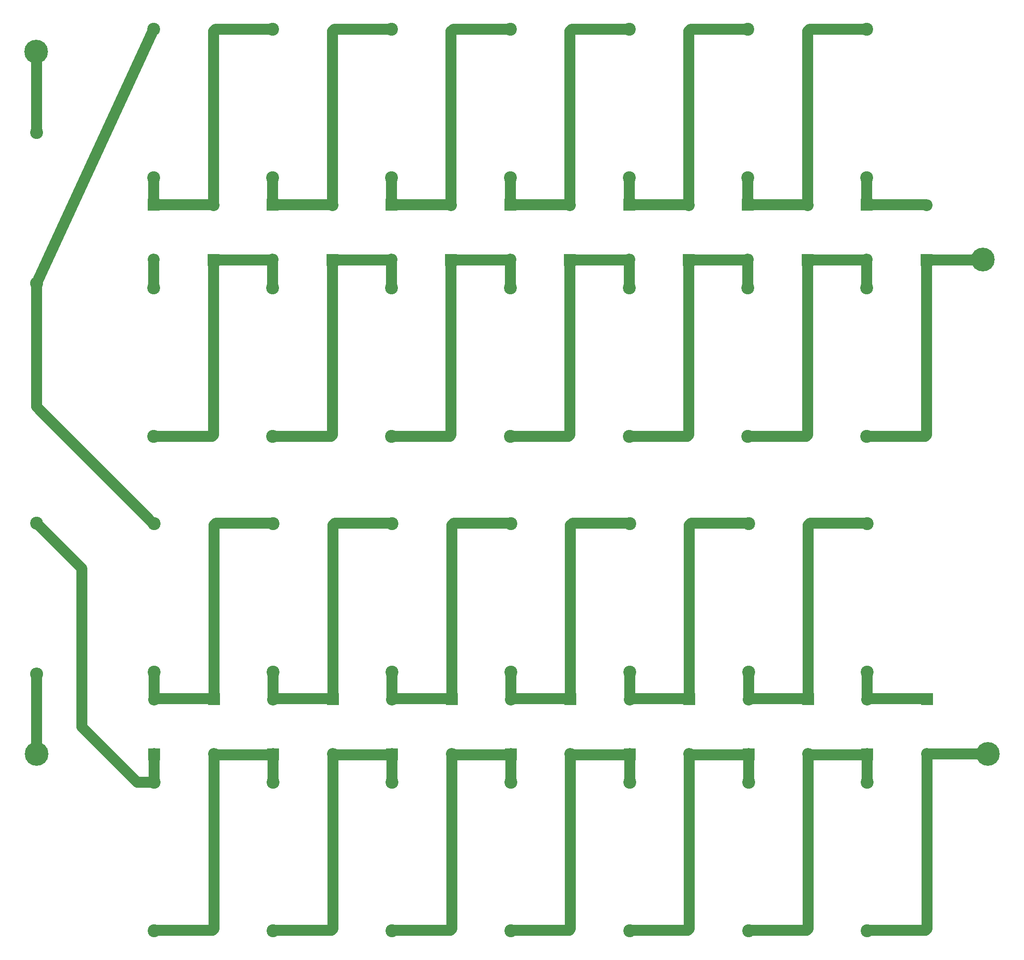
<source format=gbr>
G04 #@! TF.FileFunction,Copper,L2,Bot,Signal*
%FSLAX46Y46*%
G04 Gerber Fmt 4.6, Leading zero omitted, Abs format (unit mm)*
G04 Created by KiCad (PCBNEW 4.0.7) date 11/17/24 14:44:43*
%MOMM*%
%LPD*%
G01*
G04 APERTURE LIST*
%ADD10C,0.100000*%
%ADD11C,4.400000*%
%ADD12C,2.400000*%
%ADD13O,2.400000X2.400000*%
%ADD14R,2.200000X2.200000*%
%ADD15O,2.200000X2.200000*%
%ADD16C,2.000000*%
%ADD17C,1.000000*%
G04 APERTURE END LIST*
D10*
D11*
X195000000Y-59500000D03*
D12*
X19790000Y-108350000D03*
D13*
X19790000Y-136290000D03*
D14*
X41590000Y-151150000D03*
D15*
X41590000Y-140990000D03*
D12*
X41590000Y-156350000D03*
X41590000Y-183850000D03*
X41590000Y-108450000D03*
X41590000Y-135950000D03*
X63590000Y-156350000D03*
X63590000Y-183850000D03*
X85590000Y-156350000D03*
X85590000Y-183850000D03*
X107590000Y-156350000D03*
X107590000Y-183850000D03*
X129590000Y-156350000D03*
X129590000Y-183850000D03*
X151590000Y-156350000D03*
X151590000Y-183850000D03*
X173590000Y-156350000D03*
X173590000Y-183850000D03*
D14*
X63590000Y-151150000D03*
D15*
X63590000Y-140990000D03*
D14*
X85590000Y-151150000D03*
D15*
X85590000Y-140990000D03*
D14*
X107590000Y-151150000D03*
D15*
X107590000Y-140990000D03*
D14*
X129590000Y-151150000D03*
D15*
X129590000Y-140990000D03*
D14*
X151590000Y-151150000D03*
D15*
X151590000Y-140990000D03*
D14*
X173590000Y-151150000D03*
D15*
X173590000Y-140990000D03*
D12*
X63590000Y-108450000D03*
X63590000Y-135950000D03*
X85590000Y-108450000D03*
X85590000Y-135950000D03*
X107590000Y-108450000D03*
X107590000Y-135950000D03*
X129590000Y-108450000D03*
X129590000Y-135950000D03*
X151590000Y-108450000D03*
X151590000Y-135950000D03*
X173590000Y-108450000D03*
X173590000Y-135950000D03*
D14*
X52640000Y-140900000D03*
D15*
X52640000Y-151060000D03*
D14*
X74640000Y-140900000D03*
D15*
X74640000Y-151060000D03*
D14*
X96640000Y-140900000D03*
D15*
X96640000Y-151060000D03*
D14*
X118640000Y-140900000D03*
D15*
X118640000Y-151060000D03*
D14*
X140640000Y-140900000D03*
D15*
X140640000Y-151060000D03*
D14*
X162640000Y-140900000D03*
D15*
X162640000Y-151060000D03*
D14*
X184640000Y-140900000D03*
D15*
X184640000Y-151060000D03*
D14*
X184540000Y-59600000D03*
D15*
X184540000Y-49440000D03*
D14*
X162540000Y-59600000D03*
D15*
X162540000Y-49440000D03*
D14*
X140540000Y-59600000D03*
D15*
X140540000Y-49440000D03*
D14*
X118540000Y-59600000D03*
D15*
X118540000Y-49440000D03*
D14*
X96540000Y-59600000D03*
D15*
X96540000Y-49440000D03*
D14*
X74540000Y-59600000D03*
D15*
X74540000Y-49440000D03*
D14*
X52540000Y-59600000D03*
D15*
X52540000Y-49440000D03*
D12*
X173490000Y-92250000D03*
X173490000Y-64750000D03*
X151490000Y-92250000D03*
X151490000Y-64750000D03*
X129490000Y-92250000D03*
X129490000Y-64750000D03*
X107490000Y-92250000D03*
X107490000Y-64750000D03*
X85490000Y-92250000D03*
X85490000Y-64750000D03*
X63490000Y-92250000D03*
X63490000Y-64750000D03*
D14*
X173490000Y-49350000D03*
D15*
X173490000Y-59510000D03*
D14*
X151490000Y-49350000D03*
D15*
X151490000Y-59510000D03*
D14*
X129490000Y-49350000D03*
D15*
X129490000Y-59510000D03*
D14*
X107490000Y-49350000D03*
D15*
X107490000Y-59510000D03*
D14*
X85490000Y-49350000D03*
D15*
X85490000Y-59510000D03*
D14*
X63490000Y-49350000D03*
D15*
X63490000Y-59510000D03*
D12*
X173490000Y-44350000D03*
X173490000Y-16850000D03*
X151490000Y-44350000D03*
X151490000Y-16850000D03*
X129490000Y-44350000D03*
X129490000Y-16850000D03*
X107490000Y-44350000D03*
X107490000Y-16850000D03*
X85490000Y-44350000D03*
X85490000Y-16850000D03*
X63490000Y-44350000D03*
X63490000Y-16850000D03*
X41490000Y-92250000D03*
X41490000Y-64750000D03*
X41490000Y-44350000D03*
X41490000Y-16850000D03*
D14*
X41490000Y-49350000D03*
D15*
X41490000Y-59510000D03*
D12*
X19754466Y-35946855D03*
D13*
X19754466Y-63886855D03*
D11*
X195860000Y-151090000D03*
X19734466Y-20996854D03*
X19790000Y-151120000D03*
D16*
X19754466Y-63886855D02*
X19754466Y-86784466D01*
X19754466Y-86784466D02*
X41420000Y-108450000D01*
X41420000Y-108450000D02*
X41590000Y-108450000D01*
X41490000Y-16850000D02*
X19754466Y-63886855D01*
X41590000Y-156350000D02*
X38420000Y-156350000D01*
X28190000Y-116750000D02*
X19790000Y-108350000D01*
X28190000Y-146120000D02*
X28190000Y-116750000D01*
X38420000Y-156350000D02*
X28190000Y-146120000D01*
X19790000Y-151100000D02*
X19790000Y-136110000D01*
X19754466Y-35946855D02*
X19754465Y-20976854D01*
X19754465Y-20976854D02*
X19724467Y-20946854D01*
X184640000Y-151060000D02*
X197080000Y-151060000D01*
X184540000Y-59600000D02*
X195090000Y-59600000D01*
X195090000Y-59600000D02*
X195190000Y-59500000D01*
X41490000Y-108350000D02*
X41590000Y-108450000D01*
X162640000Y-151260000D02*
X173500000Y-151260000D01*
X173500000Y-151260000D02*
X173590000Y-151350000D01*
X140640000Y-151260000D02*
X151500000Y-151260000D01*
X151500000Y-151260000D02*
X151590000Y-151350000D01*
X118640000Y-151260000D02*
X129500000Y-151260000D01*
X129500000Y-151260000D02*
X129590000Y-151350000D01*
X96640000Y-151260000D02*
X107500000Y-151260000D01*
X107500000Y-151260000D02*
X107590000Y-151350000D01*
X74640000Y-151260000D02*
X85500000Y-151260000D01*
X85500000Y-151260000D02*
X85590000Y-151350000D01*
X52640000Y-151260000D02*
X63500000Y-151260000D01*
X63500000Y-151260000D02*
X63590000Y-151350000D01*
X162540000Y-59600000D02*
X173400000Y-59600000D01*
X173400000Y-59600000D02*
X173490000Y-59510000D01*
X140540000Y-59600000D02*
X151400000Y-59600000D01*
X151400000Y-59600000D02*
X151490000Y-59510000D01*
X118540000Y-59600000D02*
X129490000Y-59600000D01*
X129490000Y-59600000D02*
X129490000Y-59510000D01*
X96540000Y-59600000D02*
X107400000Y-59600000D01*
X107400000Y-59600000D02*
X107490000Y-59510000D01*
X74540000Y-59600000D02*
X85400000Y-59600000D01*
X85400000Y-59600000D02*
X85490000Y-59510000D01*
X52540000Y-59600000D02*
X63400000Y-59600000D01*
X63400000Y-59600000D02*
X63490000Y-59510000D01*
D17*
X52390000Y-183750000D02*
X52640000Y-183500000D01*
D16*
X52640000Y-183500000D02*
X52640000Y-151100000D01*
X41590000Y-183750000D02*
X52390000Y-183750000D01*
D17*
X52550000Y-140850000D02*
X52640000Y-140940000D01*
D16*
X41590000Y-140850000D02*
X52550000Y-140850000D01*
D17*
X52640000Y-108700000D02*
X52990000Y-108350000D01*
D16*
X52990000Y-108350000D02*
X63590000Y-108350000D01*
X52640000Y-140940000D02*
X52640000Y-108700000D01*
X74640000Y-183500000D02*
X74640000Y-151100000D01*
X96640000Y-183500000D02*
X96640000Y-151100000D01*
X118640000Y-183500000D02*
X118640000Y-151100000D01*
X140640000Y-183500000D02*
X140640000Y-151100000D01*
X162640000Y-183500000D02*
X162640000Y-151100000D01*
X63590000Y-183750000D02*
X74390000Y-183750000D01*
X85590000Y-183750000D02*
X96390000Y-183750000D01*
X107590000Y-183750000D02*
X118390000Y-183750000D01*
X129590000Y-183750000D02*
X140390000Y-183750000D01*
X151590000Y-183750000D02*
X162390000Y-183750000D01*
X63590000Y-140850000D02*
X74550000Y-140850000D01*
X85590000Y-140850000D02*
X96550000Y-140850000D01*
X107590000Y-140850000D02*
X118550000Y-140850000D01*
X129590000Y-140850000D02*
X140550000Y-140850000D01*
X151590000Y-140850000D02*
X162550000Y-140850000D01*
X74640000Y-140940000D02*
X74640000Y-108700000D01*
X96640000Y-140940000D02*
X96640000Y-108700000D01*
X118640000Y-140940000D02*
X118640000Y-108700000D01*
X140640000Y-140940000D02*
X140640000Y-108700000D01*
X162640000Y-140940000D02*
X162640000Y-108700000D01*
X74990000Y-108350000D02*
X85590000Y-108350000D01*
X96990000Y-108350000D02*
X107590000Y-108350000D01*
X118990000Y-108350000D02*
X129590000Y-108350000D01*
X140990000Y-108350000D02*
X151590000Y-108350000D01*
X162990000Y-108350000D02*
X173590000Y-108350000D01*
X41590000Y-135850000D02*
X41590000Y-140850000D01*
X63590000Y-135850000D02*
X63590000Y-140850000D01*
X85590000Y-135850000D02*
X85590000Y-140850000D01*
X107590000Y-135850000D02*
X107590000Y-140850000D01*
X129590000Y-135850000D02*
X129590000Y-140850000D01*
X151590000Y-135850000D02*
X151590000Y-140850000D01*
X173590000Y-135850000D02*
X173590000Y-140850000D01*
X41590000Y-151010000D02*
X41590000Y-156250000D01*
X63590000Y-151010000D02*
X63590000Y-156250000D01*
X85590000Y-151010000D02*
X85590000Y-156250000D01*
X107590000Y-151010000D02*
X107590000Y-156250000D01*
X129590000Y-151010000D02*
X129590000Y-156250000D01*
X151590000Y-151010000D02*
X151590000Y-156250000D01*
X173590000Y-151010000D02*
X173590000Y-156250000D01*
X173590000Y-183750000D02*
X184390000Y-183750000D01*
X184640000Y-183500000D02*
X184640000Y-151100000D01*
X173590000Y-140850000D02*
X184550000Y-140850000D01*
X19714467Y-63846854D02*
X19754465Y-63886854D01*
X173490000Y-49350000D02*
X184450000Y-49350000D01*
X184540000Y-92000000D02*
X184540000Y-59600000D01*
X173490000Y-92250000D02*
X184290000Y-92250000D01*
X173490000Y-59510000D02*
X173490000Y-64750000D01*
X151490000Y-59510000D02*
X151490000Y-64750000D01*
X129490000Y-59510000D02*
X129490000Y-64750000D01*
X107490000Y-59510000D02*
X107490000Y-64750000D01*
X85490000Y-59510000D02*
X85490000Y-64750000D01*
X63490000Y-59510000D02*
X63490000Y-64750000D01*
X41490000Y-59510000D02*
X41490000Y-64750000D01*
X173490000Y-44350000D02*
X173490000Y-49350000D01*
X151490000Y-44350000D02*
X151490000Y-49350000D01*
X129490000Y-44350000D02*
X129490000Y-49350000D01*
X107490000Y-44350000D02*
X107490000Y-49350000D01*
X85490000Y-44350000D02*
X85490000Y-49350000D01*
X63490000Y-44350000D02*
X63490000Y-49350000D01*
X41490000Y-44350000D02*
X41490000Y-49350000D01*
X162890000Y-16850000D02*
X173490000Y-16850000D01*
X140890000Y-16850000D02*
X151490000Y-16850000D01*
X118890000Y-16850000D02*
X129490000Y-16850000D01*
X96890000Y-16850000D02*
X107490000Y-16850000D01*
X74890000Y-16850000D02*
X85490000Y-16850000D01*
X162540000Y-49440000D02*
X162540000Y-17200000D01*
X140540000Y-49440000D02*
X140540000Y-17200000D01*
X118540000Y-49440000D02*
X118540000Y-17200000D01*
X96540000Y-49440000D02*
X96540000Y-17200000D01*
X74540000Y-49440000D02*
X74540000Y-17200000D01*
X151490000Y-49350000D02*
X162450000Y-49350000D01*
X129490000Y-49350000D02*
X140450000Y-49350000D01*
X107490000Y-49350000D02*
X118450000Y-49350000D01*
X85490000Y-49350000D02*
X96450000Y-49350000D01*
X63490000Y-49350000D02*
X74450000Y-49350000D01*
X151490000Y-92250000D02*
X162290000Y-92250000D01*
X129490000Y-92250000D02*
X140290000Y-92250000D01*
X107490000Y-92250000D02*
X118290000Y-92250000D01*
X85490000Y-92250000D02*
X96290000Y-92250000D01*
X63490000Y-92250000D02*
X74290000Y-92250000D01*
X162540000Y-92000000D02*
X162540000Y-59600000D01*
X140540000Y-92000000D02*
X140540000Y-59600000D01*
X118540000Y-92000000D02*
X118540000Y-59600000D01*
X96540000Y-92000000D02*
X96540000Y-59600000D01*
X74540000Y-92000000D02*
X74540000Y-59600000D01*
X52540000Y-49440000D02*
X52540000Y-17200000D01*
X52890000Y-16850000D02*
X63490000Y-16850000D01*
D17*
X52540000Y-17200000D02*
X52890000Y-16850000D01*
D16*
X41490000Y-49350000D02*
X52450000Y-49350000D01*
D17*
X52450000Y-49350000D02*
X52540000Y-49440000D01*
D16*
X41490000Y-92250000D02*
X52290000Y-92250000D01*
X52540000Y-92000000D02*
X52540000Y-59600000D01*
D17*
X52290000Y-92250000D02*
X52540000Y-92000000D01*
M02*

</source>
